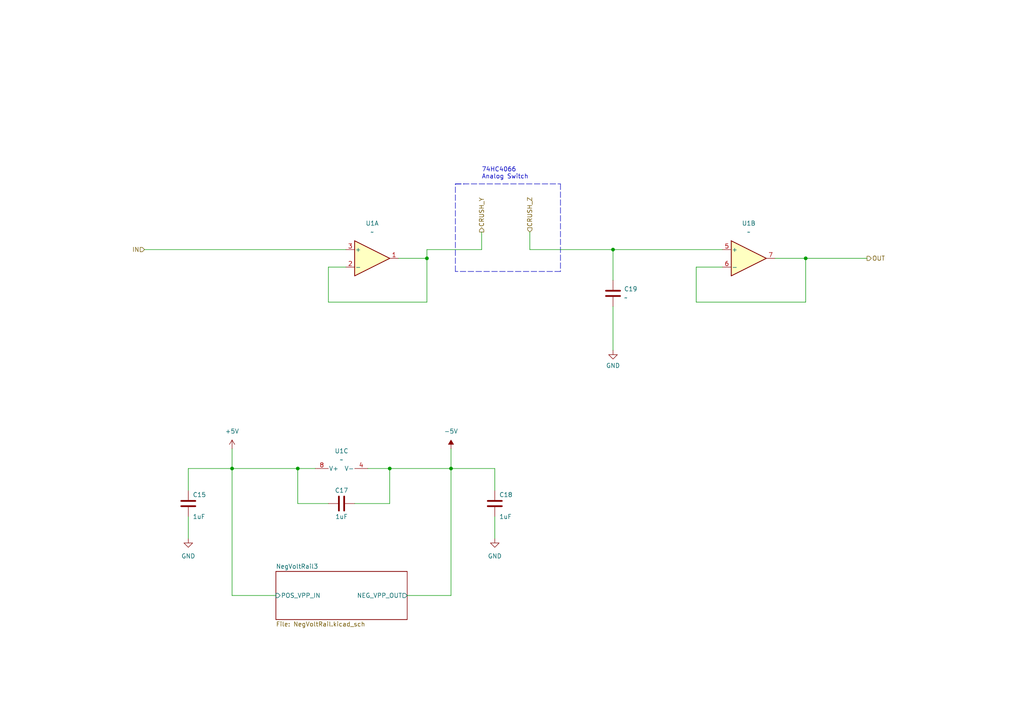
<source format=kicad_sch>
(kicad_sch (version 20211123) (generator eeschema)
  (paper "A4")
  (lib_symbols
    (symbol "Amplifier_Operational:TL072" (pin_names (offset 0.127))
      (property "Reference" "U" (at 0 5.08 0))
      (property "Value" "TL072" (at 0 -5.08 0))
      (symbol "TL072_1_1"
        (polyline (pts (xy -5.08 5.08) (xy 5.08 0) (xy -5.08 -5.08) (xy -5.08 5.08)) (stroke (width 0.254)) (fill (type background)))
        (pin output line (at 7.62 0 180) (length 2.54) (name "~") (number "1"))
        (pin input line (at -7.62 -2.54 0) (length 2.54) (name "-") (number "2"))
        (pin input line (at -7.62 2.54 0) (length 2.54) (name "+") (number "3"))
      )
      (symbol "TL072_2_1"
        (polyline (pts (xy -5.08 5.08) (xy 5.08 0) (xy -5.08 -5.08) (xy -5.08 5.08)) (stroke (width 0.254)) (fill (type background)))
        (pin input line (at -7.62 2.54 0) (length 2.54) (name "+") (number "5"))
        (pin input line (at -7.62 -2.54 0) (length 2.54) (name "-") (number "6"))
        (pin output line (at 7.62 0 180) (length 2.54) (name "~") (number "7"))
      )
      (symbol "TL072_3_1"
        (pin power_in line (at -2.54 -7.62 90) (length 3.81) (name "V-") (number "4"))
        (pin power_in line (at -2.54 7.62 270) (length 3.81) (name "V+") (number "8"))
      )
    )
    (symbol "Device:C" (pin_numbers hide) (pin_names (offset 0.254))
      (property "Reference" "C" (at 0.635 2.54 0))
      (property "Value" "C" (at 0.635 -2.54 0))
      (symbol "C_0_1"
        (polyline (pts (xy -2.032 -0.762) (xy 2.032 -0.762)) (stroke (width 0.508)))
        (polyline (pts (xy -2.032 0.762) (xy 2.032 0.762)) (stroke (width 0.508)))
      )
      (symbol "C_1_1"
        (pin passive line (at 0 3.81 270) (length 2.794) (name "~") (number "1"))
        (pin passive line (at 0 -3.81 90) (length 2.794) (name "~") (number "2"))
      )
    )
    (symbol "power:+5V" (power) (pin_names (offset 0))
      (property "Value" "+5V" (at 0 3.556 0))
      (symbol "+5V_0_1"
        (polyline (pts (xy -0.762 1.27) (xy 0 2.54)))
        (polyline (pts (xy 0 0) (xy 0 2.54)))
        (polyline (pts (xy 0 2.54) (xy 0.762 1.27)))
      )
      (symbol "+5V_1_1"
        (pin power_in line (at 0 0 90) (length 0) hide (name "+5V") (number "1"))
      )
    )
    (symbol "power:-5V" (power) (pin_names (offset 0))
      (property "Value" "-5V" (at 0 3.81 0))
      (symbol "-5V_0_0"
        (pin power_in line (at 0 0 90) (length 0) hide (name "-5V") (number "1"))
      )
      (symbol "-5V_0_1"
        (polyline (pts (xy 0 0) (xy 0 1.27) (xy 0.762 1.27) (xy 0 2.54) (xy -0.762 1.27) (xy 0 1.27)) (fill (type outline)))
      )
    )
    (symbol "power:GND" (power) (pin_names (offset 0))
      (property "Value" "GND" (at 0 -3.81 0))
      (symbol "GND_0_1"
        (polyline (pts (xy 0 0) (xy 0 -1.27) (xy 1.27 -1.27) (xy 0 -2.54) (xy -1.27 -1.27) (xy 0 -1.27)))
      )
      (symbol "GND_1_1"
        (pin power_in line (at 0 0 270) (length 0) hide (name "GND") (number "1"))
      )
    )
  )
  (junction (at 113.03 135.89))
  (junction (at 67.31 135.89))
  (junction (at 233.68 74.93))
  (junction (at 86.36 135.89))
  (junction (at 130.81 135.89))
  (junction (at 177.8 72.39))
  (junction (at 123.825 74.93))
  (wire (pts (xy 130.81 135.89) (xy 143.51 135.89)))
  (wire (pts (xy 123.825 87.63) (xy 123.825 74.93)))
  (wire (pts (xy 54.61 135.89) (xy 67.31 135.89)))
  (polyline (pts (xy 132.08 78.74) (xy 132.08 53.34)))
  (polyline (pts (xy 162.56 78.74) (xy 132.08 78.74)))
  (wire (pts (xy 54.61 135.89) (xy 54.61 142.24)))
  (wire (pts (xy 143.51 135.89) (xy 143.51 142.24)))
  (wire (pts (xy 130.81 172.72) (xy 118.11 172.72)))
  (wire (pts (xy 153.67 72.39) (xy 177.8 72.39)))
  (wire (pts (xy 80.01 172.72) (xy 67.31 172.72)))
  (wire (pts (xy 153.67 67.31) (xy 153.67 72.39)))
  (wire (pts (xy 100.33 77.47) (xy 95.25 77.47)))
  (wire (pts (xy 95.25 146.05) (xy 86.36 146.05)))
  (wire (pts (xy 113.03 146.05) (xy 113.03 135.89)))
  (wire (pts (xy 177.8 72.39) (xy 177.8 81.28)))
  (wire (pts (xy 123.825 72.39) (xy 139.7 72.39)))
  (wire (pts (xy 102.87 146.05) (xy 113.03 146.05)))
  (wire (pts (xy 143.51 149.86) (xy 143.51 156.21)))
  (wire (pts (xy 123.825 72.39) (xy 123.825 74.93)))
  (wire (pts (xy 54.61 149.86) (xy 54.61 156.21)))
  (wire (pts (xy 201.93 77.47) (xy 209.55 77.47)))
  (wire (pts (xy 95.25 87.63) (xy 123.825 87.63)))
  (wire (pts (xy 106.68 135.89) (xy 113.03 135.89)))
  (wire (pts (xy 177.8 72.39) (xy 209.55 72.39)))
  (wire (pts (xy 95.25 77.47) (xy 95.25 87.63)))
  (polyline (pts (xy 132.08 53.34) (xy 134.62 53.34)))
  (wire (pts (xy 115.57 74.93) (xy 123.825 74.93)))
  (wire (pts (xy 67.31 130.1679) (xy 67.31 135.89)))
  (wire (pts (xy 113.03 135.89) (xy 130.81 135.89)))
  (polyline (pts (xy 132.08 53.34) (xy 162.56 53.34)))
  (wire (pts (xy 67.31 135.89) (xy 67.31 172.72)))
  (wire (pts (xy 233.68 74.93) (xy 251.46 74.93)))
  (polyline (pts (xy 162.56 53.34) (xy 162.56 78.74)))
  (wire (pts (xy 224.79 74.93) (xy 233.68 74.93)))
  (wire (pts (xy 233.68 74.93) (xy 233.68 87.63)))
  (wire (pts (xy 41.91 72.39) (xy 100.33 72.39)))
  (wire (pts (xy 201.93 87.63) (xy 233.68 87.63)))
  (wire (pts (xy 139.7 67.31) (xy 139.7 72.39)))
  (wire (pts (xy 130.81 130.1679) (xy 130.81 135.89)))
  (wire (pts (xy 86.36 135.89) (xy 91.44 135.89)))
  (wire (pts (xy 201.93 77.47) (xy 201.93 87.63)))
  (wire (pts (xy 177.8 88.9) (xy 177.8 101.6)))
  (wire (pts (xy 86.36 146.05) (xy 86.36 135.89)))
  (wire (pts (xy 67.31 135.89) (xy 86.36 135.89)))
  (wire (pts (xy 130.81 135.89) (xy 130.81 172.72)))
  (text "74HC4066\nAnalog Switch" (at 139.7 52.07 0) (effects (font (size 1.27 1.27)) (justify left bottom)))
  (hierarchical_label "CRUSH_Z" (shape input) (at 153.67 67.31 90))
  (hierarchical_label "IN" (shape input) (at 41.91 72.39 180))
  (hierarchical_label "OUT" (shape output) (at 251.46 74.93 0))
  (hierarchical_label "CRUSH_Y" (shape output) (at 139.7 67.31 90))
  (symbol (lib_id "power:-5V") (at 130.81 130.1679 0) (unit 1)
    (property "Reference" "#PWR034" (effects hide))
    (property "Value" "-5V" (at 130.81 125.0879 0))
  )
  (symbol (lib_id "Device:C") (at 177.8 85.09 0) (unit 1)
    (property "Reference" "C19" (at 180.975 83.8199 0) (effects (justify left)))
    (property "Value" "~" (at 180.975 86.3599 0) (effects (justify left)))
  )
  (symbol (lib_id "power:GND") (at 143.51 156.21 0) (unit 1)
    (property "Reference" "#PWR035" (effects hide))
    (property "Value" "GND" (at 143.51 161.29 0))
  )
  (symbol (lib_id "power:GND") (at 177.8 101.6 0) (unit 1)
    (property "Reference" "#PWR036" (effects hide))
    (property "Value" "GND" (at 177.8 106.045 0))
  )
  (symbol (lib_id "Amplifier_Operational:TL072") (at 217.17 74.93 0) (unit 2)
    (property "Reference" "U1" (at 217.17 64.77 0))
    (property "Value" "~" (at 217.17 67.31 0))
    (property "Datasheet" "http://www.ti.com/lit/ds/symlink/tl071.pdf" (effects hide))
  )
  (symbol (lib_id "power:+5V") (at 67.31 130.1679 0) (unit 1)
    (property "Reference" "#PWR033" (effects hide))
    (property "Value" "+5V" (at 67.31 125.0879 0))
  )
  (symbol (lib_id "Amplifier_Operational:TL072") (at 99.06 133.35 90) (unit 3)
    (property "Reference" "U1" (at 99.06 130.81 90))
    (property "Value" "~" (at 99.06 133.35 90))
    (property "Datasheet" "http://www.ti.com/lit/ds/symlink/tl071.pdf" (effects hide))
  )
  (symbol (lib_id "Device:C") (at 143.51 146.05 180) (unit 1)
    (property "Reference" "C18" (at 144.78 143.51 0) (effects (justify right)))
    (property "Value" "1uF" (at 144.78 149.86 0) (effects (justify right)))
  )
  (symbol (lib_id "Device:C") (at 99.06 146.05 90) (unit 1)
    (property "Reference" "C17" (at 99.06 142.24 90))
    (property "Value" "1uF" (at 99.06 149.86 90))
    (property "Footprint" "Capacitor_SMD:C_0805_2012Metric_Pad1.18x1.45mm_HandSolder" (effects hide))
  )
  (symbol (lib_id "Device:C") (at 54.61 146.05 180) (unit 1)
    (property "Reference" "C15" (at 55.88 143.51 0) (effects (justify right)))
    (property "Value" "1uF" (at 55.88 149.86 0) (effects (justify right)))
  )
  (symbol (lib_id "power:GND") (at 54.61 156.21 0) (unit 1)
    (property "Reference" "#PWR031" (effects hide))
    (property "Value" "GND" (at 54.61 161.29 0))
  )
  (symbol (lib_id "Amplifier_Operational:TL072") (at 107.95 74.93 0) (unit 1)
    (property "Reference" "U1" (at 107.95 64.77 0))
    (property "Value" "~" (at 107.95 67.31 0))
    (property "Datasheet" "http://www.ti.com/lit/ds/symlink/tl071.pdf" (effects hide))
  )
  (sheet (at 80.01 165.7421) (size 38.1 13.97) (stroke (width 0.1524))
    (property "Sheet name" "NegVoltRail3" (at 80.01 165.0305 0) (effects (justify left bottom)))
    (property "Sheet file" "NegVoltRail.kicad_sch" (at 80.01 180.2967 0) (effects (justify left top)))
    (pin "POS_VPP_IN" input (at 80.01 172.72 180))
    (pin "NEG_VPP_OUT" output (at 118.11 172.72 0))
  )
)
</source>
